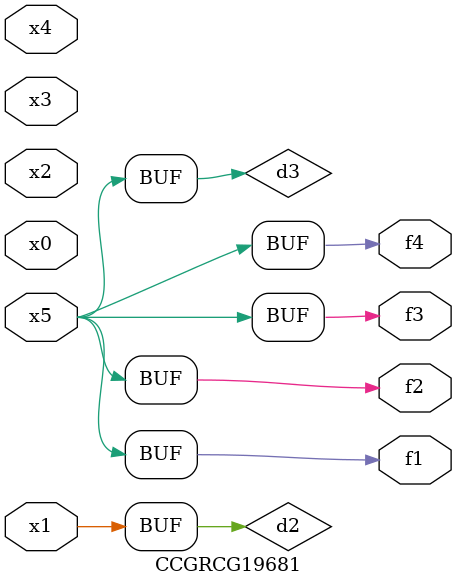
<source format=v>
module CCGRCG19681(
	input x0, x1, x2, x3, x4, x5,
	output f1, f2, f3, f4
);

	wire d1, d2, d3;

	not (d1, x5);
	or (d2, x1);
	xnor (d3, d1);
	assign f1 = d3;
	assign f2 = d3;
	assign f3 = d3;
	assign f4 = d3;
endmodule

</source>
